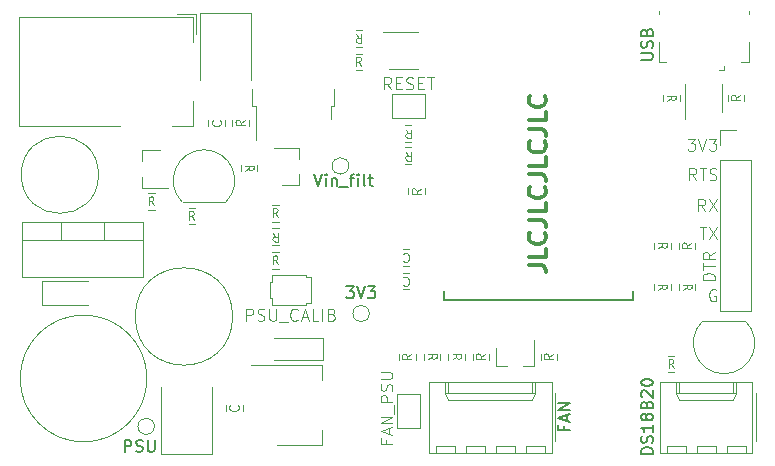
<source format=gbr>
G04 #@! TF.GenerationSoftware,KiCad,Pcbnew,(5.1.5)-3*
G04 #@! TF.CreationDate,2022-01-28T21:11:19+01:00*
G04 #@! TF.ProjectId,fanControl,66616e43-6f6e-4747-926f-6c2e6b696361,rev?*
G04 #@! TF.SameCoordinates,Original*
G04 #@! TF.FileFunction,Legend,Top*
G04 #@! TF.FilePolarity,Positive*
%FSLAX46Y46*%
G04 Gerber Fmt 4.6, Leading zero omitted, Abs format (unit mm)*
G04 Created by KiCad (PCBNEW (5.1.5)-3) date 2022-01-28 21:11:19*
%MOMM*%
%LPD*%
G04 APERTURE LIST*
%ADD10C,0.300000*%
%ADD11C,0.120000*%
%ADD12C,0.152400*%
%ADD13C,0.125000*%
%ADD14C,0.150000*%
G04 APERTURE END LIST*
D10*
X186678571Y-78678571D02*
X187750000Y-78678571D01*
X187964285Y-78750000D01*
X188107142Y-78892857D01*
X188178571Y-79107142D01*
X188178571Y-79250000D01*
X188178571Y-77250000D02*
X188178571Y-77964285D01*
X186678571Y-77964285D01*
X188035714Y-75892857D02*
X188107142Y-75964285D01*
X188178571Y-76178571D01*
X188178571Y-76321428D01*
X188107142Y-76535714D01*
X187964285Y-76678571D01*
X187821428Y-76750000D01*
X187535714Y-76821428D01*
X187321428Y-76821428D01*
X187035714Y-76750000D01*
X186892857Y-76678571D01*
X186750000Y-76535714D01*
X186678571Y-76321428D01*
X186678571Y-76178571D01*
X186750000Y-75964285D01*
X186821428Y-75892857D01*
X186678571Y-74821428D02*
X187750000Y-74821428D01*
X187964285Y-74892857D01*
X188107142Y-75035714D01*
X188178571Y-75250000D01*
X188178571Y-75392857D01*
X188178571Y-73392857D02*
X188178571Y-74107142D01*
X186678571Y-74107142D01*
X188035714Y-72035714D02*
X188107142Y-72107142D01*
X188178571Y-72321428D01*
X188178571Y-72464285D01*
X188107142Y-72678571D01*
X187964285Y-72821428D01*
X187821428Y-72892857D01*
X187535714Y-72964285D01*
X187321428Y-72964285D01*
X187035714Y-72892857D01*
X186892857Y-72821428D01*
X186750000Y-72678571D01*
X186678571Y-72464285D01*
X186678571Y-72321428D01*
X186750000Y-72107142D01*
X186821428Y-72035714D01*
X186678571Y-70964285D02*
X187750000Y-70964285D01*
X187964285Y-71035714D01*
X188107142Y-71178571D01*
X188178571Y-71392857D01*
X188178571Y-71535714D01*
X188178571Y-69535714D02*
X188178571Y-70250000D01*
X186678571Y-70250000D01*
X188035714Y-68178571D02*
X188107142Y-68250000D01*
X188178571Y-68464285D01*
X188178571Y-68607142D01*
X188107142Y-68821428D01*
X187964285Y-68964285D01*
X187821428Y-69035714D01*
X187535714Y-69107142D01*
X187321428Y-69107142D01*
X187035714Y-69035714D01*
X186892857Y-68964285D01*
X186750000Y-68821428D01*
X186678571Y-68607142D01*
X186678571Y-68464285D01*
X186750000Y-68250000D01*
X186821428Y-68178571D01*
X186678571Y-67107142D02*
X187750000Y-67107142D01*
X187964285Y-67178571D01*
X188107142Y-67321428D01*
X188178571Y-67535714D01*
X188178571Y-67678571D01*
X188178571Y-65678571D02*
X188178571Y-66392857D01*
X186678571Y-66392857D01*
X188035714Y-64321428D02*
X188107142Y-64392857D01*
X188178571Y-64607142D01*
X188178571Y-64750000D01*
X188107142Y-64964285D01*
X187964285Y-65107142D01*
X187821428Y-65178571D01*
X187535714Y-65250000D01*
X187321428Y-65250000D01*
X187035714Y-65178571D01*
X186892857Y-65107142D01*
X186750000Y-64964285D01*
X186678571Y-64750000D01*
X186678571Y-64607142D01*
X186750000Y-64392857D01*
X186821428Y-64321428D01*
D11*
X175993600Y-86374600D02*
G75*
G02X176400000Y-86374600I203200J0D01*
G01*
X176730200Y-86171400D02*
X176400000Y-86400000D01*
X176400000Y-86603200D02*
X176400000Y-86374600D01*
X175993600Y-86603200D02*
X175993600Y-86323800D01*
X176730200Y-86603200D02*
X175993600Y-86603200D01*
X177110000Y-86658578D02*
X177110000Y-86141422D01*
X175690000Y-86658578D02*
X175690000Y-86141422D01*
X167850000Y-81850000D02*
X167850000Y-82050000D01*
X168250000Y-81850000D02*
X167850000Y-81850000D01*
X167850000Y-79650000D02*
X167850000Y-79450000D01*
X168250000Y-79650000D02*
X167850000Y-79650000D01*
X164950000Y-80050000D02*
X164750000Y-80050000D01*
X164950000Y-79450000D02*
X164950000Y-80050000D01*
X164950000Y-81450000D02*
X164750000Y-81450000D01*
X164950000Y-82050000D02*
X164950000Y-81450000D01*
X168250000Y-81850000D02*
X168250000Y-79650000D01*
X164950000Y-82050000D02*
X167850000Y-82050000D01*
X164750000Y-80050000D02*
X164750000Y-81450000D01*
X167850000Y-79450000D02*
X164950000Y-79450000D01*
X173200000Y-82750000D02*
G75*
G03X173200000Y-82750000I-700000J0D01*
G01*
X155000000Y-92300000D02*
G75*
G03X155000000Y-92300000I-700000J0D01*
G01*
X171450000Y-70250000D02*
G75*
G03X171450000Y-70250000I-700000J0D01*
G01*
X176528600Y-77873000D02*
X176554000Y-78000000D01*
X176477800Y-77720600D02*
X176528600Y-77873000D01*
X176350800Y-77619000D02*
X176477800Y-77720600D01*
X176198400Y-77619000D02*
X176350800Y-77619000D01*
X176071400Y-77695200D02*
X176198400Y-77619000D01*
X176528600Y-78152400D02*
X176554000Y-78025400D01*
X176477800Y-78304800D02*
X176528600Y-78152400D01*
X176350800Y-78406400D02*
X176477800Y-78304800D01*
X176198400Y-78406400D02*
X176350800Y-78406400D01*
X176071400Y-78330200D02*
X176198400Y-78406400D01*
X176558578Y-77290000D02*
X176041422Y-77290000D01*
X176558578Y-78710000D02*
X176041422Y-78710000D01*
X155600000Y-94650000D02*
X155600000Y-88950000D01*
X159900000Y-94650000D02*
X159900000Y-88950000D01*
X155600000Y-94650000D02*
X159900000Y-94650000D01*
X163150000Y-57300000D02*
X163150000Y-63000000D01*
X158850000Y-57300000D02*
X158850000Y-63000000D01*
X163150000Y-57300000D02*
X158850000Y-57300000D01*
X177300000Y-58950000D02*
X174350000Y-58950000D01*
X174900000Y-62050000D02*
X177300000Y-62050000D01*
X201391522Y-83411522D02*
G75*
G03X203230000Y-87850000I1838478J-1838478D01*
G01*
X205068478Y-83411522D02*
G75*
G02X203230000Y-87850000I-1838478J-1838478D01*
G01*
X205030000Y-83400000D02*
X201430000Y-83400000D01*
X163150000Y-87090000D02*
X169160000Y-87090000D01*
X165400000Y-93910000D02*
X169160000Y-93910000D01*
X169160000Y-87090000D02*
X169160000Y-88350000D01*
X169160000Y-93910000D02*
X169160000Y-92650000D01*
X183945000Y-87160000D02*
X183945000Y-85700000D01*
X187105000Y-87160000D02*
X187105000Y-85000000D01*
X187105000Y-87160000D02*
X186175000Y-87160000D01*
X183945000Y-87160000D02*
X184875000Y-87160000D01*
X161038478Y-73318478D02*
G75*
G03X159200000Y-68880000I-1838478J1838478D01*
G01*
X157361522Y-73318478D02*
G75*
G02X159200000Y-68880000I1838478J1838478D01*
G01*
X157400000Y-73330000D02*
X161000000Y-73330000D01*
X169930000Y-65220000D02*
X169930000Y-66320000D01*
X170200000Y-63720000D02*
X170200000Y-65220000D01*
X163300000Y-63720000D02*
X163300000Y-65220000D01*
X163300000Y-65220000D02*
X163570000Y-65220000D01*
X163570000Y-65220000D02*
X163570000Y-68050000D01*
X170200000Y-65220000D02*
X169930000Y-65220000D01*
X203260000Y-62160000D02*
X203260000Y-61770000D01*
X203260000Y-62160000D02*
X202810000Y-62160000D01*
X197690000Y-61460000D02*
X198340000Y-61460000D01*
X197690000Y-59730000D02*
X197690000Y-61460000D01*
X205310000Y-57160000D02*
X205310000Y-57370000D01*
X197690000Y-57160000D02*
X197690000Y-57370000D01*
X205310000Y-59730000D02*
X205310000Y-61460000D01*
X205310000Y-61460000D02*
X204650000Y-61460000D01*
X198370000Y-93930000D02*
X198370000Y-94530000D01*
X199970000Y-93930000D02*
X198370000Y-93930000D01*
X199970000Y-94530000D02*
X199970000Y-93930000D01*
X200910000Y-93930000D02*
X200910000Y-94530000D01*
X202510000Y-93930000D02*
X200910000Y-93930000D01*
X202510000Y-94530000D02*
X202510000Y-93930000D01*
X203450000Y-93930000D02*
X203450000Y-94530000D01*
X205050000Y-93930000D02*
X203450000Y-93930000D01*
X205050000Y-94530000D02*
X205050000Y-93930000D01*
X199420000Y-88510000D02*
X199420000Y-89510000D01*
X204000000Y-88510000D02*
X204000000Y-89510000D01*
X199420000Y-90040000D02*
X199170000Y-89510000D01*
X204000000Y-90040000D02*
X199420000Y-90040000D01*
X204250000Y-89510000D02*
X204000000Y-90040000D01*
X199170000Y-89510000D02*
X199170000Y-88510000D01*
X204250000Y-89510000D02*
X199170000Y-89510000D01*
X204250000Y-88510000D02*
X204250000Y-89510000D01*
X205920000Y-93500000D02*
X205920000Y-89500000D01*
X197790000Y-94530000D02*
X205630000Y-94530000D01*
X197790000Y-88510000D02*
X197790000Y-94530000D01*
X205630000Y-88510000D02*
X197790000Y-88510000D01*
X205630000Y-94530000D02*
X205630000Y-88510000D01*
X178830000Y-93930000D02*
X178830000Y-94530000D01*
X180430000Y-93930000D02*
X178830000Y-93930000D01*
X180430000Y-94530000D02*
X180430000Y-93930000D01*
X181370000Y-93930000D02*
X181370000Y-94530000D01*
X182970000Y-93930000D02*
X181370000Y-93930000D01*
X182970000Y-94530000D02*
X182970000Y-93930000D01*
X183910000Y-93930000D02*
X183910000Y-94530000D01*
X185510000Y-93930000D02*
X183910000Y-93930000D01*
X185510000Y-94530000D02*
X185510000Y-93930000D01*
X186450000Y-93930000D02*
X186450000Y-94530000D01*
X188050000Y-93930000D02*
X186450000Y-93930000D01*
X188050000Y-94530000D02*
X188050000Y-93930000D01*
X179880000Y-88510000D02*
X179880000Y-89510000D01*
X187000000Y-88510000D02*
X187000000Y-89510000D01*
X179880000Y-90040000D02*
X179630000Y-89510000D01*
X187000000Y-90040000D02*
X179880000Y-90040000D01*
X187250000Y-89510000D02*
X187000000Y-90040000D01*
X179630000Y-89510000D02*
X179630000Y-88510000D01*
X187250000Y-89510000D02*
X179630000Y-89510000D01*
X187250000Y-88510000D02*
X187250000Y-89510000D01*
X188920000Y-93500000D02*
X188920000Y-89500000D01*
X178250000Y-94530000D02*
X188630000Y-94530000D01*
X178250000Y-88510000D02*
X178250000Y-94530000D01*
X188630000Y-88510000D02*
X178250000Y-88510000D01*
X188630000Y-94530000D02*
X188630000Y-88510000D01*
X199950000Y-63300000D02*
X199950000Y-66250000D01*
X203050000Y-65700000D02*
X203050000Y-63300000D01*
X145500000Y-80000000D02*
X149400000Y-80000000D01*
X145500000Y-82000000D02*
X149400000Y-82000000D01*
X145500000Y-80000000D02*
X145500000Y-82000000D01*
X153990000Y-68920000D02*
X155450000Y-68920000D01*
X153990000Y-72080000D02*
X156150000Y-72080000D01*
X153990000Y-72080000D02*
X153990000Y-71150000D01*
X153990000Y-68920000D02*
X153990000Y-69850000D01*
X167260000Y-71880000D02*
X165800000Y-71880000D01*
X167260000Y-68720000D02*
X165100000Y-68720000D01*
X167260000Y-68720000D02*
X167260000Y-69650000D01*
X167260000Y-71880000D02*
X167260000Y-70950000D01*
X169235000Y-84815000D02*
X165150000Y-84815000D01*
X169235000Y-86685000D02*
X169235000Y-84815000D01*
X165150000Y-86685000D02*
X169235000Y-86685000D01*
X161877000Y-90978600D02*
X161750000Y-91004000D01*
X162029400Y-90927800D02*
X161877000Y-90978600D01*
X162131000Y-90800800D02*
X162029400Y-90927800D01*
X162131000Y-90648400D02*
X162131000Y-90800800D01*
X162054800Y-90521400D02*
X162131000Y-90648400D01*
X161597600Y-90978600D02*
X161724600Y-91004000D01*
X161445200Y-90927800D02*
X161597600Y-90978600D01*
X161343600Y-90800800D02*
X161445200Y-90927800D01*
X161343600Y-90648400D02*
X161343600Y-90800800D01*
X161419800Y-90521400D02*
X161343600Y-90648400D01*
X162460000Y-91008578D02*
X162460000Y-90491422D01*
X161040000Y-91008578D02*
X161040000Y-90491422D01*
X161620000Y-83000000D02*
G75*
G03X161620000Y-83000000I-4120000J0D01*
G01*
X160377000Y-66848600D02*
X160250000Y-66874000D01*
X160529400Y-66797800D02*
X160377000Y-66848600D01*
X160631000Y-66670800D02*
X160529400Y-66797800D01*
X160631000Y-66518400D02*
X160631000Y-66670800D01*
X160554800Y-66391400D02*
X160631000Y-66518400D01*
X160097600Y-66848600D02*
X160224600Y-66874000D01*
X159945200Y-66797800D02*
X160097600Y-66848600D01*
X159843600Y-66670800D02*
X159945200Y-66797800D01*
X159843600Y-66518400D02*
X159843600Y-66670800D01*
X159919800Y-66391400D02*
X159843600Y-66518400D01*
X160960000Y-66878578D02*
X160960000Y-66361422D01*
X159540000Y-66878578D02*
X159540000Y-66361422D01*
X176528600Y-79873000D02*
X176554000Y-80000000D01*
X176477800Y-79720600D02*
X176528600Y-79873000D01*
X176350800Y-79619000D02*
X176477800Y-79720600D01*
X176198400Y-79619000D02*
X176350800Y-79619000D01*
X176071400Y-79695200D02*
X176198400Y-79619000D01*
X176528600Y-80152400D02*
X176554000Y-80025400D01*
X176477800Y-80304800D02*
X176528600Y-80152400D01*
X176350800Y-80406400D02*
X176477800Y-80304800D01*
X176198400Y-80406400D02*
X176350800Y-80406400D01*
X176071400Y-80330200D02*
X176198400Y-80406400D01*
X176558578Y-79290000D02*
X176041422Y-79290000D01*
X176558578Y-80710000D02*
X176041422Y-80710000D01*
X198406400Y-77025400D02*
G75*
G02X198000000Y-77025400I-203200J0D01*
G01*
X197669800Y-77228600D02*
X198000000Y-77000000D01*
X198000000Y-76796800D02*
X198000000Y-77025400D01*
X198406400Y-76796800D02*
X198406400Y-77076200D01*
X197669800Y-76796800D02*
X198406400Y-76796800D01*
X197290000Y-76741422D02*
X197290000Y-77258578D01*
X198710000Y-76741422D02*
X198710000Y-77258578D01*
D12*
X179484000Y-80859000D02*
X179484000Y-81621000D01*
X179484000Y-81621000D02*
X195486000Y-81621000D01*
X195486000Y-81621000D02*
X195486000Y-80859000D01*
D11*
X202870000Y-67170000D02*
X204200000Y-67170000D01*
X202870000Y-68500000D02*
X202870000Y-67170000D01*
X202870000Y-69770000D02*
X205530000Y-69770000D01*
X205530000Y-69770000D02*
X205530000Y-82530000D01*
X202870000Y-69770000D02*
X202870000Y-82530000D01*
X202870000Y-82530000D02*
X205530000Y-82530000D01*
X178906400Y-86425400D02*
G75*
G02X178500000Y-86425400I-203200J0D01*
G01*
X178169800Y-86628600D02*
X178500000Y-86400000D01*
X178500000Y-86196800D02*
X178500000Y-86425400D01*
X178906400Y-86196800D02*
X178906400Y-86476200D01*
X178169800Y-86196800D02*
X178906400Y-86196800D01*
X177790000Y-86141422D02*
X177790000Y-86658578D01*
X179210000Y-86141422D02*
X179210000Y-86658578D01*
X154370000Y-88250000D02*
G75*
G03X154370000Y-88250000I-5370000J0D01*
G01*
X150270000Y-71000000D02*
G75*
G03X150270000Y-71000000I-3270000J0D01*
G01*
X180981400Y-86425400D02*
G75*
G02X180575000Y-86425400I-203200J0D01*
G01*
X180244800Y-86628600D02*
X180575000Y-86400000D01*
X180575000Y-86196800D02*
X180575000Y-86425400D01*
X180981400Y-86196800D02*
X180981400Y-86476200D01*
X180244800Y-86196800D02*
X180981400Y-86196800D01*
X179865000Y-86141422D02*
X179865000Y-86658578D01*
X181285000Y-86141422D02*
X181285000Y-86658578D01*
X203843600Y-64474600D02*
G75*
G02X204250000Y-64474600I203200J0D01*
G01*
X204580200Y-64271400D02*
X204250000Y-64500000D01*
X204250000Y-64703200D02*
X204250000Y-64474600D01*
X203843600Y-64703200D02*
X203843600Y-64423800D01*
X204580200Y-64703200D02*
X203843600Y-64703200D01*
X204960000Y-64758578D02*
X204960000Y-64241422D01*
X203540000Y-64758578D02*
X203540000Y-64241422D01*
X199156400Y-64525400D02*
G75*
G02X198750000Y-64525400I-203200J0D01*
G01*
X198419800Y-64728600D02*
X198750000Y-64500000D01*
X198750000Y-64296800D02*
X198750000Y-64525400D01*
X199156400Y-64296800D02*
X199156400Y-64576200D01*
X198419800Y-64296800D02*
X199156400Y-64296800D01*
X198040000Y-64241422D02*
X198040000Y-64758578D01*
X199460000Y-64241422D02*
X199460000Y-64758578D01*
X198406400Y-80525400D02*
G75*
G02X198000000Y-80525400I-203200J0D01*
G01*
X197669800Y-80728600D02*
X198000000Y-80500000D01*
X198000000Y-80296800D02*
X198000000Y-80525400D01*
X198406400Y-80296800D02*
X198406400Y-80576200D01*
X197669800Y-80296800D02*
X198406400Y-80296800D01*
X197290000Y-80241422D02*
X197290000Y-80758578D01*
X198710000Y-80241422D02*
X198710000Y-80758578D01*
X176474600Y-67906400D02*
G75*
G02X176474600Y-67500000I0J203200D01*
G01*
X176271400Y-67169800D02*
X176500000Y-67500000D01*
X176703200Y-67500000D02*
X176474600Y-67500000D01*
X176703200Y-67906400D02*
X176423800Y-67906400D01*
X176703200Y-67169800D02*
X176703200Y-67906400D01*
X176758578Y-66790000D02*
X176241422Y-66790000D01*
X176758578Y-68210000D02*
X176241422Y-68210000D01*
X187993600Y-86374600D02*
G75*
G02X188400000Y-86374600I203200J0D01*
G01*
X188730200Y-86171400D02*
X188400000Y-86400000D01*
X188400000Y-86603200D02*
X188400000Y-86374600D01*
X187993600Y-86603200D02*
X187993600Y-86323800D01*
X188730200Y-86603200D02*
X187993600Y-86603200D01*
X189110000Y-86658578D02*
X189110000Y-86141422D01*
X187690000Y-86658578D02*
X187690000Y-86141422D01*
X199693600Y-76974600D02*
G75*
G02X200100000Y-76974600I203200J0D01*
G01*
X200430200Y-76771400D02*
X200100000Y-77000000D01*
X200100000Y-77203200D02*
X200100000Y-76974600D01*
X199693600Y-77203200D02*
X199693600Y-76923800D01*
X200430200Y-77203200D02*
X199693600Y-77203200D01*
X200810000Y-77258578D02*
X200810000Y-76741422D01*
X199390000Y-77258578D02*
X199390000Y-76741422D01*
X177500000Y-89600000D02*
X177500000Y-92400000D01*
X177500000Y-92400000D02*
X175500000Y-92400000D01*
X175500000Y-92400000D02*
X175500000Y-89600000D01*
X175500000Y-89600000D02*
X177500000Y-89600000D01*
X172274600Y-59856400D02*
G75*
G02X172274600Y-59450000I0J203200D01*
G01*
X172071400Y-59119800D02*
X172300000Y-59450000D01*
X172503200Y-59450000D02*
X172274600Y-59450000D01*
X172503200Y-59856400D02*
X172223800Y-59856400D01*
X172503200Y-59119800D02*
X172503200Y-59856400D01*
X172558578Y-58740000D02*
X172041422Y-58740000D01*
X172558578Y-60160000D02*
X172041422Y-60160000D01*
X182243600Y-86374600D02*
G75*
G02X182650000Y-86374600I203200J0D01*
G01*
X182980200Y-86171400D02*
X182650000Y-86400000D01*
X182650000Y-86603200D02*
X182650000Y-86374600D01*
X182243600Y-86603200D02*
X182243600Y-86323800D01*
X182980200Y-86603200D02*
X182243600Y-86603200D01*
X183360000Y-86658578D02*
X183360000Y-86141422D01*
X181940000Y-86658578D02*
X181940000Y-86141422D01*
X200506400Y-80525400D02*
G75*
G02X200100000Y-80525400I-203200J0D01*
G01*
X199769800Y-80728600D02*
X200100000Y-80500000D01*
X200100000Y-80296800D02*
X200100000Y-80525400D01*
X200506400Y-80296800D02*
X200506400Y-80576200D01*
X199769800Y-80296800D02*
X200506400Y-80296800D01*
X199390000Y-80241422D02*
X199390000Y-80758578D01*
X200810000Y-80241422D02*
X200810000Y-80758578D01*
X176793600Y-72374600D02*
G75*
G02X177200000Y-72374600I203200J0D01*
G01*
X177530200Y-72171400D02*
X177200000Y-72400000D01*
X177200000Y-72603200D02*
X177200000Y-72374600D01*
X176793600Y-72603200D02*
X176793600Y-72323800D01*
X177530200Y-72603200D02*
X176793600Y-72603200D01*
X177910000Y-72658578D02*
X177910000Y-72141422D01*
X176490000Y-72658578D02*
X176490000Y-72141422D01*
X176474600Y-69806400D02*
G75*
G02X176474600Y-69400000I0J203200D01*
G01*
X176271400Y-69069800D02*
X176500000Y-69400000D01*
X176703200Y-69400000D02*
X176474600Y-69400000D01*
X176703200Y-69806400D02*
X176423800Y-69806400D01*
X176703200Y-69069800D02*
X176703200Y-69806400D01*
X176758578Y-68690000D02*
X176241422Y-68690000D01*
X176758578Y-70110000D02*
X176241422Y-70110000D01*
X172325400Y-61043600D02*
G75*
G02X172325400Y-61450000I0J-203200D01*
G01*
X172528600Y-61780200D02*
X172300000Y-61450000D01*
X172096800Y-61450000D02*
X172325400Y-61450000D01*
X172096800Y-61043600D02*
X172376200Y-61043600D01*
X172096800Y-61780200D02*
X172096800Y-61043600D01*
X172041422Y-62160000D02*
X172558578Y-62160000D01*
X172041422Y-60740000D02*
X172558578Y-60740000D01*
X198775400Y-86623600D02*
G75*
G02X198775400Y-87030000I0J-203200D01*
G01*
X198978600Y-87360200D02*
X198750000Y-87030000D01*
X198546800Y-87030000D02*
X198775400Y-87030000D01*
X198546800Y-86623600D02*
X198826200Y-86623600D01*
X198546800Y-87360200D02*
X198546800Y-86623600D01*
X198491422Y-87740000D02*
X199008578Y-87740000D01*
X198491422Y-86320000D02*
X199008578Y-86320000D01*
X163406400Y-70455400D02*
G75*
G02X163000000Y-70455400I-203200J0D01*
G01*
X162669800Y-70658600D02*
X163000000Y-70430000D01*
X163000000Y-70226800D02*
X163000000Y-70455400D01*
X163406400Y-70226800D02*
X163406400Y-70506200D01*
X162669800Y-70226800D02*
X163406400Y-70226800D01*
X162290000Y-70171422D02*
X162290000Y-70688578D01*
X163710000Y-70171422D02*
X163710000Y-70688578D01*
X161893600Y-66594600D02*
G75*
G02X162300000Y-66594600I203200J0D01*
G01*
X162630200Y-66391400D02*
X162300000Y-66620000D01*
X162300000Y-66823200D02*
X162300000Y-66594600D01*
X161893600Y-66823200D02*
X161893600Y-66543800D01*
X162630200Y-66823200D02*
X161893600Y-66823200D01*
X163010000Y-66878578D02*
X163010000Y-66361422D01*
X161590000Y-66878578D02*
X161590000Y-66361422D01*
X158175400Y-74093600D02*
G75*
G02X158175400Y-74500000I0J-203200D01*
G01*
X158378600Y-74830200D02*
X158150000Y-74500000D01*
X157946800Y-74500000D02*
X158175400Y-74500000D01*
X157946800Y-74093600D02*
X158226200Y-74093600D01*
X157946800Y-74830200D02*
X157946800Y-74093600D01*
X157891422Y-75210000D02*
X158408578Y-75210000D01*
X157891422Y-73790000D02*
X158408578Y-73790000D01*
X154775400Y-72843600D02*
G75*
G02X154775400Y-73250000I0J-203200D01*
G01*
X154978600Y-73580200D02*
X154750000Y-73250000D01*
X154546800Y-73250000D02*
X154775400Y-73250000D01*
X154546800Y-72843600D02*
X154826200Y-72843600D01*
X154546800Y-73580200D02*
X154546800Y-72843600D01*
X154491422Y-73960000D02*
X155008578Y-73960000D01*
X154491422Y-72540000D02*
X155008578Y-72540000D01*
X165275400Y-77843600D02*
G75*
G02X165275400Y-78250000I0J-203200D01*
G01*
X165478600Y-78580200D02*
X165250000Y-78250000D01*
X165046800Y-78250000D02*
X165275400Y-78250000D01*
X165046800Y-77843600D02*
X165326200Y-77843600D01*
X165046800Y-78580200D02*
X165046800Y-77843600D01*
X164991422Y-78960000D02*
X165508578Y-78960000D01*
X164991422Y-77540000D02*
X165508578Y-77540000D01*
X165224600Y-76656400D02*
G75*
G02X165224600Y-76250000I0J203200D01*
G01*
X165021400Y-75919800D02*
X165250000Y-76250000D01*
X165453200Y-76250000D02*
X165224600Y-76250000D01*
X165453200Y-76656400D02*
X165173800Y-76656400D01*
X165453200Y-75919800D02*
X165453200Y-76656400D01*
X165508578Y-75540000D02*
X164991422Y-75540000D01*
X165508578Y-76960000D02*
X164991422Y-76960000D01*
X165275400Y-73843600D02*
G75*
G02X165275400Y-74250000I0J-203200D01*
G01*
X165478600Y-74580200D02*
X165250000Y-74250000D01*
X165046800Y-74250000D02*
X165275400Y-74250000D01*
X165046800Y-73843600D02*
X165326200Y-73843600D01*
X165046800Y-74580200D02*
X165046800Y-73843600D01*
X164991422Y-74960000D02*
X165508578Y-74960000D01*
X164991422Y-73540000D02*
X165508578Y-73540000D01*
X152050000Y-66850000D02*
X143550000Y-66850000D01*
X143550000Y-66850000D02*
X143550000Y-57650000D01*
X143550000Y-57650000D02*
X158250000Y-57650000D01*
X158250000Y-64750000D02*
X158250000Y-66850000D01*
X158250000Y-66850000D02*
X156450000Y-66850000D01*
X158550000Y-59050000D02*
X158550000Y-57350000D01*
X158550000Y-57350000D02*
X156950000Y-57350000D01*
X158250000Y-57650000D02*
X158250000Y-59750000D01*
X177875000Y-66200000D02*
X175075000Y-66200000D01*
X175075000Y-66200000D02*
X175075000Y-64200000D01*
X175075000Y-64200000D02*
X177875000Y-64200000D01*
X177875000Y-64200000D02*
X177875000Y-66200000D01*
X150750000Y-74980000D02*
X150750000Y-76490000D01*
X147050000Y-74980000D02*
X147050000Y-76490000D01*
X143779000Y-76490000D02*
X154020000Y-76490000D01*
X154020000Y-74980000D02*
X154020000Y-79621000D01*
X143779000Y-74980000D02*
X143779000Y-79621000D01*
X143779000Y-79621000D02*
X154020000Y-79621000D01*
X143779000Y-74980000D02*
X154020000Y-74980000D01*
D13*
X162785714Y-83352380D02*
X162785714Y-82352380D01*
X163166666Y-82352380D01*
X163261904Y-82400000D01*
X163309523Y-82447619D01*
X163357142Y-82542857D01*
X163357142Y-82685714D01*
X163309523Y-82780952D01*
X163261904Y-82828571D01*
X163166666Y-82876190D01*
X162785714Y-82876190D01*
X163738095Y-83304761D02*
X163880952Y-83352380D01*
X164119047Y-83352380D01*
X164214285Y-83304761D01*
X164261904Y-83257142D01*
X164309523Y-83161904D01*
X164309523Y-83066666D01*
X164261904Y-82971428D01*
X164214285Y-82923809D01*
X164119047Y-82876190D01*
X163928571Y-82828571D01*
X163833333Y-82780952D01*
X163785714Y-82733333D01*
X163738095Y-82638095D01*
X163738095Y-82542857D01*
X163785714Y-82447619D01*
X163833333Y-82400000D01*
X163928571Y-82352380D01*
X164166666Y-82352380D01*
X164309523Y-82400000D01*
X164738095Y-82352380D02*
X164738095Y-83161904D01*
X164785714Y-83257142D01*
X164833333Y-83304761D01*
X164928571Y-83352380D01*
X165119047Y-83352380D01*
X165214285Y-83304761D01*
X165261904Y-83257142D01*
X165309523Y-83161904D01*
X165309523Y-82352380D01*
X165547619Y-83447619D02*
X166309523Y-83447619D01*
X167119047Y-83257142D02*
X167071428Y-83304761D01*
X166928571Y-83352380D01*
X166833333Y-83352380D01*
X166690476Y-83304761D01*
X166595238Y-83209523D01*
X166547619Y-83114285D01*
X166500000Y-82923809D01*
X166500000Y-82780952D01*
X166547619Y-82590476D01*
X166595238Y-82495238D01*
X166690476Y-82400000D01*
X166833333Y-82352380D01*
X166928571Y-82352380D01*
X167071428Y-82400000D01*
X167119047Y-82447619D01*
X167500000Y-83066666D02*
X167976190Y-83066666D01*
X167404761Y-83352380D02*
X167738095Y-82352380D01*
X168071428Y-83352380D01*
X168880952Y-83352380D02*
X168404761Y-83352380D01*
X168404761Y-82352380D01*
X169214285Y-83352380D02*
X169214285Y-82352380D01*
X170023809Y-82828571D02*
X170166666Y-82876190D01*
X170214285Y-82923809D01*
X170261904Y-83019047D01*
X170261904Y-83161904D01*
X170214285Y-83257142D01*
X170166666Y-83304761D01*
X170071428Y-83352380D01*
X169690476Y-83352380D01*
X169690476Y-82352380D01*
X170023809Y-82352380D01*
X170119047Y-82400000D01*
X170166666Y-82447619D01*
X170214285Y-82542857D01*
X170214285Y-82638095D01*
X170166666Y-82733333D01*
X170119047Y-82780952D01*
X170023809Y-82828571D01*
X169690476Y-82828571D01*
D14*
X171261904Y-80452380D02*
X171880952Y-80452380D01*
X171547619Y-80833333D01*
X171690476Y-80833333D01*
X171785714Y-80880952D01*
X171833333Y-80928571D01*
X171880952Y-81023809D01*
X171880952Y-81261904D01*
X171833333Y-81357142D01*
X171785714Y-81404761D01*
X171690476Y-81452380D01*
X171404761Y-81452380D01*
X171309523Y-81404761D01*
X171261904Y-81357142D01*
X172166666Y-80452380D02*
X172500000Y-81452380D01*
X172833333Y-80452380D01*
X173071428Y-80452380D02*
X173690476Y-80452380D01*
X173357142Y-80833333D01*
X173500000Y-80833333D01*
X173595238Y-80880952D01*
X173642857Y-80928571D01*
X173690476Y-81023809D01*
X173690476Y-81261904D01*
X173642857Y-81357142D01*
X173595238Y-81404761D01*
X173500000Y-81452380D01*
X173214285Y-81452380D01*
X173119047Y-81404761D01*
X173071428Y-81357142D01*
X152488095Y-94452380D02*
X152488095Y-93452380D01*
X152869047Y-93452380D01*
X152964285Y-93500000D01*
X153011904Y-93547619D01*
X153059523Y-93642857D01*
X153059523Y-93785714D01*
X153011904Y-93880952D01*
X152964285Y-93928571D01*
X152869047Y-93976190D01*
X152488095Y-93976190D01*
X153440476Y-94404761D02*
X153583333Y-94452380D01*
X153821428Y-94452380D01*
X153916666Y-94404761D01*
X153964285Y-94357142D01*
X154011904Y-94261904D01*
X154011904Y-94166666D01*
X153964285Y-94071428D01*
X153916666Y-94023809D01*
X153821428Y-93976190D01*
X153630952Y-93928571D01*
X153535714Y-93880952D01*
X153488095Y-93833333D01*
X153440476Y-93738095D01*
X153440476Y-93642857D01*
X153488095Y-93547619D01*
X153535714Y-93500000D01*
X153630952Y-93452380D01*
X153869047Y-93452380D01*
X154011904Y-93500000D01*
X154440476Y-93452380D02*
X154440476Y-94261904D01*
X154488095Y-94357142D01*
X154535714Y-94404761D01*
X154630952Y-94452380D01*
X154821428Y-94452380D01*
X154916666Y-94404761D01*
X154964285Y-94357142D01*
X155011904Y-94261904D01*
X155011904Y-93452380D01*
X168523809Y-70952380D02*
X168857142Y-71952380D01*
X169190476Y-70952380D01*
X169523809Y-71952380D02*
X169523809Y-71285714D01*
X169523809Y-70952380D02*
X169476190Y-71000000D01*
X169523809Y-71047619D01*
X169571428Y-71000000D01*
X169523809Y-70952380D01*
X169523809Y-71047619D01*
X170000000Y-71285714D02*
X170000000Y-71952380D01*
X170000000Y-71380952D02*
X170047619Y-71333333D01*
X170142857Y-71285714D01*
X170285714Y-71285714D01*
X170380952Y-71333333D01*
X170428571Y-71428571D01*
X170428571Y-71952380D01*
X170666666Y-72047619D02*
X171428571Y-72047619D01*
X171523809Y-71285714D02*
X171904761Y-71285714D01*
X171666666Y-71952380D02*
X171666666Y-71095238D01*
X171714285Y-71000000D01*
X171809523Y-70952380D01*
X171904761Y-70952380D01*
X172238095Y-71952380D02*
X172238095Y-71285714D01*
X172238095Y-70952380D02*
X172190476Y-71000000D01*
X172238095Y-71047619D01*
X172285714Y-71000000D01*
X172238095Y-70952380D01*
X172238095Y-71047619D01*
X172857142Y-71952380D02*
X172761904Y-71904761D01*
X172714285Y-71809523D01*
X172714285Y-70952380D01*
X173095238Y-71285714D02*
X173476190Y-71285714D01*
X173238095Y-70952380D02*
X173238095Y-71809523D01*
X173285714Y-71904761D01*
X173380952Y-71952380D01*
X173476190Y-71952380D01*
X196202380Y-61261904D02*
X197011904Y-61261904D01*
X197107142Y-61214285D01*
X197154761Y-61166666D01*
X197202380Y-61071428D01*
X197202380Y-60880952D01*
X197154761Y-60785714D01*
X197107142Y-60738095D01*
X197011904Y-60690476D01*
X196202380Y-60690476D01*
X197154761Y-60261904D02*
X197202380Y-60119047D01*
X197202380Y-59880952D01*
X197154761Y-59785714D01*
X197107142Y-59738095D01*
X197011904Y-59690476D01*
X196916666Y-59690476D01*
X196821428Y-59738095D01*
X196773809Y-59785714D01*
X196726190Y-59880952D01*
X196678571Y-60071428D01*
X196630952Y-60166666D01*
X196583333Y-60214285D01*
X196488095Y-60261904D01*
X196392857Y-60261904D01*
X196297619Y-60214285D01*
X196250000Y-60166666D01*
X196202380Y-60071428D01*
X196202380Y-59833333D01*
X196250000Y-59690476D01*
X196678571Y-58928571D02*
X196726190Y-58785714D01*
X196773809Y-58738095D01*
X196869047Y-58690476D01*
X197011904Y-58690476D01*
X197107142Y-58738095D01*
X197154761Y-58785714D01*
X197202380Y-58880952D01*
X197202380Y-59261904D01*
X196202380Y-59261904D01*
X196202380Y-58928571D01*
X196250000Y-58833333D01*
X196297619Y-58785714D01*
X196392857Y-58738095D01*
X196488095Y-58738095D01*
X196583333Y-58785714D01*
X196630952Y-58833333D01*
X196678571Y-58928571D01*
X196678571Y-59261904D01*
X197202380Y-94642857D02*
X196202380Y-94642857D01*
X196202380Y-94404761D01*
X196250000Y-94261904D01*
X196345238Y-94166666D01*
X196440476Y-94119047D01*
X196630952Y-94071428D01*
X196773809Y-94071428D01*
X196964285Y-94119047D01*
X197059523Y-94166666D01*
X197154761Y-94261904D01*
X197202380Y-94404761D01*
X197202380Y-94642857D01*
X197154761Y-93690476D02*
X197202380Y-93547619D01*
X197202380Y-93309523D01*
X197154761Y-93214285D01*
X197107142Y-93166666D01*
X197011904Y-93119047D01*
X196916666Y-93119047D01*
X196821428Y-93166666D01*
X196773809Y-93214285D01*
X196726190Y-93309523D01*
X196678571Y-93500000D01*
X196630952Y-93595238D01*
X196583333Y-93642857D01*
X196488095Y-93690476D01*
X196392857Y-93690476D01*
X196297619Y-93642857D01*
X196250000Y-93595238D01*
X196202380Y-93500000D01*
X196202380Y-93261904D01*
X196250000Y-93119047D01*
X197202380Y-92166666D02*
X197202380Y-92738095D01*
X197202380Y-92452380D02*
X196202380Y-92452380D01*
X196345238Y-92547619D01*
X196440476Y-92642857D01*
X196488095Y-92738095D01*
X196630952Y-91595238D02*
X196583333Y-91690476D01*
X196535714Y-91738095D01*
X196440476Y-91785714D01*
X196392857Y-91785714D01*
X196297619Y-91738095D01*
X196250000Y-91690476D01*
X196202380Y-91595238D01*
X196202380Y-91404761D01*
X196250000Y-91309523D01*
X196297619Y-91261904D01*
X196392857Y-91214285D01*
X196440476Y-91214285D01*
X196535714Y-91261904D01*
X196583333Y-91309523D01*
X196630952Y-91404761D01*
X196630952Y-91595238D01*
X196678571Y-91690476D01*
X196726190Y-91738095D01*
X196821428Y-91785714D01*
X197011904Y-91785714D01*
X197107142Y-91738095D01*
X197154761Y-91690476D01*
X197202380Y-91595238D01*
X197202380Y-91404761D01*
X197154761Y-91309523D01*
X197107142Y-91261904D01*
X197011904Y-91214285D01*
X196821428Y-91214285D01*
X196726190Y-91261904D01*
X196678571Y-91309523D01*
X196630952Y-91404761D01*
X196678571Y-90452380D02*
X196726190Y-90309523D01*
X196773809Y-90261904D01*
X196869047Y-90214285D01*
X197011904Y-90214285D01*
X197107142Y-90261904D01*
X197154761Y-90309523D01*
X197202380Y-90404761D01*
X197202380Y-90785714D01*
X196202380Y-90785714D01*
X196202380Y-90452380D01*
X196250000Y-90357142D01*
X196297619Y-90309523D01*
X196392857Y-90261904D01*
X196488095Y-90261904D01*
X196583333Y-90309523D01*
X196630952Y-90357142D01*
X196678571Y-90452380D01*
X196678571Y-90785714D01*
X196297619Y-89833333D02*
X196250000Y-89785714D01*
X196202380Y-89690476D01*
X196202380Y-89452380D01*
X196250000Y-89357142D01*
X196297619Y-89309523D01*
X196392857Y-89261904D01*
X196488095Y-89261904D01*
X196630952Y-89309523D01*
X197202380Y-89880952D01*
X197202380Y-89261904D01*
X196202380Y-88642857D02*
X196202380Y-88547619D01*
X196250000Y-88452380D01*
X196297619Y-88404761D01*
X196392857Y-88357142D01*
X196583333Y-88309523D01*
X196821428Y-88309523D01*
X197011904Y-88357142D01*
X197107142Y-88404761D01*
X197154761Y-88452380D01*
X197202380Y-88547619D01*
X197202380Y-88642857D01*
X197154761Y-88738095D01*
X197107142Y-88785714D01*
X197011904Y-88833333D01*
X196821428Y-88880952D01*
X196583333Y-88880952D01*
X196392857Y-88833333D01*
X196297619Y-88785714D01*
X196250000Y-88738095D01*
X196202380Y-88642857D01*
X189678571Y-92309523D02*
X189678571Y-92642857D01*
X190202380Y-92642857D02*
X189202380Y-92642857D01*
X189202380Y-92166666D01*
X189916666Y-91833333D02*
X189916666Y-91357142D01*
X190202380Y-91928571D02*
X189202380Y-91595238D01*
X190202380Y-91261904D01*
X190202380Y-90928571D02*
X189202380Y-90928571D01*
X190202380Y-90357142D01*
X189202380Y-90357142D01*
D13*
X200161904Y-67952380D02*
X200780952Y-67952380D01*
X200447619Y-68333333D01*
X200590476Y-68333333D01*
X200685714Y-68380952D01*
X200733333Y-68428571D01*
X200780952Y-68523809D01*
X200780952Y-68761904D01*
X200733333Y-68857142D01*
X200685714Y-68904761D01*
X200590476Y-68952380D01*
X200304761Y-68952380D01*
X200209523Y-68904761D01*
X200161904Y-68857142D01*
X201066666Y-67952380D02*
X201400000Y-68952380D01*
X201733333Y-67952380D01*
X201971428Y-67952380D02*
X202590476Y-67952380D01*
X202257142Y-68333333D01*
X202400000Y-68333333D01*
X202495238Y-68380952D01*
X202542857Y-68428571D01*
X202590476Y-68523809D01*
X202590476Y-68761904D01*
X202542857Y-68857142D01*
X202495238Y-68904761D01*
X202400000Y-68952380D01*
X202114285Y-68952380D01*
X202019047Y-68904761D01*
X201971428Y-68857142D01*
X200876190Y-71452380D02*
X200542857Y-70976190D01*
X200304762Y-71452380D02*
X200304762Y-70452380D01*
X200685714Y-70452380D01*
X200780952Y-70500000D01*
X200828571Y-70547619D01*
X200876190Y-70642857D01*
X200876190Y-70785714D01*
X200828571Y-70880952D01*
X200780952Y-70928571D01*
X200685714Y-70976190D01*
X200304762Y-70976190D01*
X201161905Y-70452380D02*
X201733333Y-70452380D01*
X201447619Y-71452380D02*
X201447619Y-70452380D01*
X202019048Y-71404761D02*
X202161905Y-71452380D01*
X202400000Y-71452380D01*
X202495238Y-71404761D01*
X202542857Y-71357142D01*
X202590476Y-71261904D01*
X202590476Y-71166666D01*
X202542857Y-71071428D01*
X202495238Y-71023809D01*
X202400000Y-70976190D01*
X202209524Y-70928571D01*
X202114286Y-70880952D01*
X202066667Y-70833333D01*
X202019048Y-70738095D01*
X202019048Y-70642857D01*
X202066667Y-70547619D01*
X202114286Y-70500000D01*
X202209524Y-70452380D01*
X202447619Y-70452380D01*
X202590476Y-70500000D01*
X201638095Y-74052380D02*
X201304762Y-73576190D01*
X201066666Y-74052380D02*
X201066666Y-73052380D01*
X201447619Y-73052380D01*
X201542857Y-73100000D01*
X201590476Y-73147619D01*
X201638095Y-73242857D01*
X201638095Y-73385714D01*
X201590476Y-73480952D01*
X201542857Y-73528571D01*
X201447619Y-73576190D01*
X201066666Y-73576190D01*
X201971428Y-73052380D02*
X202638095Y-74052380D01*
X202638095Y-73052380D02*
X201971428Y-74052380D01*
X201161905Y-75452380D02*
X201733333Y-75452380D01*
X201447619Y-76452380D02*
X201447619Y-75452380D01*
X201971429Y-75452380D02*
X202638095Y-76452380D01*
X202638095Y-75452380D02*
X201971429Y-76452380D01*
X202422083Y-79892857D02*
X201422083Y-79892857D01*
X201422083Y-79654761D01*
X201469703Y-79511904D01*
X201564941Y-79416666D01*
X201660179Y-79369047D01*
X201850655Y-79321428D01*
X201993512Y-79321428D01*
X202183988Y-79369047D01*
X202279226Y-79416666D01*
X202374464Y-79511904D01*
X202422083Y-79654761D01*
X202422083Y-79892857D01*
X201422083Y-79035714D02*
X201422083Y-78464285D01*
X202422083Y-78750000D02*
X201422083Y-78750000D01*
X202422083Y-77559523D02*
X201945893Y-77892857D01*
X202422083Y-78130952D02*
X201422083Y-78130952D01*
X201422083Y-77750000D01*
X201469703Y-77654761D01*
X201517322Y-77607142D01*
X201612560Y-77559523D01*
X201755417Y-77559523D01*
X201850655Y-77607142D01*
X201898274Y-77654761D01*
X201945893Y-77750000D01*
X201945893Y-78130952D01*
X202542857Y-80750000D02*
X202447619Y-80702380D01*
X202304762Y-80702380D01*
X202161905Y-80750000D01*
X202066667Y-80845238D01*
X202019048Y-80940476D01*
X201971429Y-81130952D01*
X201971429Y-81273809D01*
X202019048Y-81464285D01*
X202066667Y-81559523D01*
X202161905Y-81654761D01*
X202304762Y-81702380D01*
X202400000Y-81702380D01*
X202542857Y-81654761D01*
X202590476Y-81607142D01*
X202590476Y-81273809D01*
X202400000Y-81273809D01*
X174628571Y-93440476D02*
X174628571Y-93773809D01*
X175152380Y-93773809D02*
X174152380Y-93773809D01*
X174152380Y-93297619D01*
X174866666Y-92964285D02*
X174866666Y-92488095D01*
X175152380Y-93059523D02*
X174152380Y-92726190D01*
X175152380Y-92392857D01*
X175152380Y-92059523D02*
X174152380Y-92059523D01*
X175152380Y-91488095D01*
X174152380Y-91488095D01*
X175247619Y-91250000D02*
X175247619Y-90488095D01*
X175152380Y-90250000D02*
X174152380Y-90250000D01*
X174152380Y-89869047D01*
X174200000Y-89773809D01*
X174247619Y-89726190D01*
X174342857Y-89678571D01*
X174485714Y-89678571D01*
X174580952Y-89726190D01*
X174628571Y-89773809D01*
X174676190Y-89869047D01*
X174676190Y-90250000D01*
X175104761Y-89297619D02*
X175152380Y-89154761D01*
X175152380Y-88916666D01*
X175104761Y-88821428D01*
X175057142Y-88773809D01*
X174961904Y-88726190D01*
X174866666Y-88726190D01*
X174771428Y-88773809D01*
X174723809Y-88821428D01*
X174676190Y-88916666D01*
X174628571Y-89107142D01*
X174580952Y-89202380D01*
X174533333Y-89250000D01*
X174438095Y-89297619D01*
X174342857Y-89297619D01*
X174247619Y-89250000D01*
X174200000Y-89202380D01*
X174152380Y-89107142D01*
X174152380Y-88869047D01*
X174200000Y-88726190D01*
X174152380Y-88297619D02*
X174961904Y-88297619D01*
X175057142Y-88250000D01*
X175104761Y-88202380D01*
X175152380Y-88107142D01*
X175152380Y-87916666D01*
X175104761Y-87821428D01*
X175057142Y-87773809D01*
X174961904Y-87726190D01*
X174152380Y-87726190D01*
X175047619Y-63752380D02*
X174714285Y-63276190D01*
X174476190Y-63752380D02*
X174476190Y-62752380D01*
X174857142Y-62752380D01*
X174952380Y-62800000D01*
X175000000Y-62847619D01*
X175047619Y-62942857D01*
X175047619Y-63085714D01*
X175000000Y-63180952D01*
X174952380Y-63228571D01*
X174857142Y-63276190D01*
X174476190Y-63276190D01*
X175476190Y-63228571D02*
X175809523Y-63228571D01*
X175952380Y-63752380D02*
X175476190Y-63752380D01*
X175476190Y-62752380D01*
X175952380Y-62752380D01*
X176333333Y-63704761D02*
X176476190Y-63752380D01*
X176714285Y-63752380D01*
X176809523Y-63704761D01*
X176857142Y-63657142D01*
X176904761Y-63561904D01*
X176904761Y-63466666D01*
X176857142Y-63371428D01*
X176809523Y-63323809D01*
X176714285Y-63276190D01*
X176523809Y-63228571D01*
X176428571Y-63180952D01*
X176380952Y-63133333D01*
X176333333Y-63038095D01*
X176333333Y-62942857D01*
X176380952Y-62847619D01*
X176428571Y-62800000D01*
X176523809Y-62752380D01*
X176761904Y-62752380D01*
X176904761Y-62800000D01*
X177333333Y-63228571D02*
X177666666Y-63228571D01*
X177809523Y-63752380D02*
X177333333Y-63752380D01*
X177333333Y-62752380D01*
X177809523Y-62752380D01*
X178095238Y-62752380D02*
X178666666Y-62752380D01*
X178380952Y-63752380D02*
X178380952Y-62752380D01*
M02*

</source>
